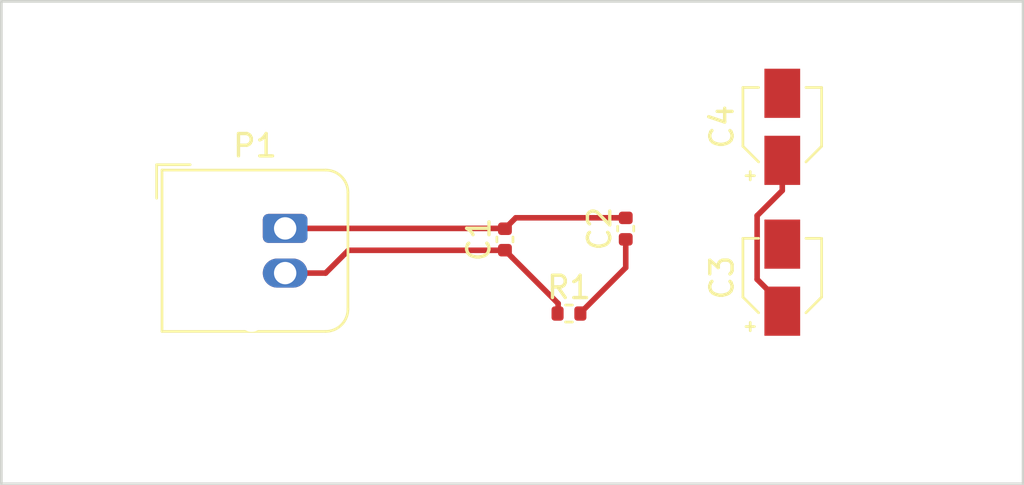
<source format=kicad_pcb>
(kicad_pcb (version 20221018) (generator pcbnew)
  (layers (0 "F.Cu" signal) (31 "B.Cu" signal) (34 "B.Paste" user) (35 "F.Paste" user) (36 "B.SilkS" user "B.Silkscreen") (37 "F.SilkS" user "F.Silkscreen") (38 "B.Mask" user) (39 "F.Mask" user) (44 "Edge.Cuts" user))
  (net 0 "")
  (net 1 "/Power/VCC")
  (net 2 "GND")
  (net 3 "Net-(C2-Pad1)")
  (net 4 "Net-(C3-Pad1)")
  (net 5 "Net-(C3-Pad2)")
  (footprint "Capacitor_SMD:CP_Elec_3x5.3" (layer "F.Cu") (at 177.185001 82.214999 90)
    (fp_text reference "C3" (at 0 -2.7 90) (layer "F.SilkS"))
    (fp_text value "CP")
    (fp_line (start 1.76 -1.76) (end 1.76 -1.06) (stroke (width 0.12)) (layer "F.SilkS"))
    (fp_line (start -0.870563 -1.76) (end 1.76 -1.76) (stroke (width 0.12)) (layer "F.SilkS"))
    (fp_line (start -2.1875 -1.6225) (end -2.1875 -1.2475) (stroke (width 0.12)) (layer "F.SilkS"))
    (fp_line (start -2.375 -1.435) (end -2 -1.435) (stroke (width 0.12)) (layer "F.SilkS"))
    (fp_line (start -1.570563 -1.06) (end -0.870563 -1.76) (stroke (width 0.12)) (layer "F.SilkS"))
    (fp_line (start -1.570563 1.06) (end -0.870563 1.76) (stroke (width 0.12)) (layer "F.SilkS"))
    (fp_line (start 1.76 1.76) (end 1.76 1.06) (stroke (width 0.12)) (layer "F.SilkS"))
    (fp_line (start -0.870563 1.76) (end 1.76 1.76) (stroke (width 0.12)) (layer "F.SilkS"))
    (pad "1" smd rect (at -1.5 0 90) (size 2.2 1.6) (layers "F.Cu" "F.Paste" "F.Mask") (net 4 "Net-(C3-Pad1)"))
    (pad "2" smd rect (at 1.5 0 90) (size 2.2 1.6) (layers "F.Cu" "F.Paste" "F.Mask") (net 5 "Net-(C3-Pad2)"))
  )
  (footprint "Capacitor_SMD:CP_Elec_3x5.3" (layer "F.Cu") (at 177.185001 75.464999 90)
    (fp_text reference "C4" (at 0 -2.7 90) (layer "F.SilkS"))
    (fp_text value "CP")
    (fp_line (start 1.76 -1.76) (end 1.76 -1.06) (stroke (width 0.12)) (layer "F.SilkS"))
    (fp_line (start -0.870563 -1.76) (end 1.76 -1.76) (stroke (width 0.12)) (layer "F.SilkS"))
    (fp_line (start -2.1875 -1.6225) (end -2.1875 -1.2475) (stroke (width 0.12)) (layer "F.SilkS"))
    (fp_line (start -2.375 -1.435) (end -2 -1.435) (stroke (width 0.12)) (layer "F.SilkS"))
    (fp_line (start -1.570563 -1.06) (end -0.870563 -1.76) (stroke (width 0.12)) (layer "F.SilkS"))
    (fp_line (start -1.570563 1.06) (end -0.870563 1.76) (stroke (width 0.12)) (layer "F.SilkS"))
    (fp_line (start 1.76 1.76) (end 1.76 1.06) (stroke (width 0.12)) (layer "F.SilkS"))
    (fp_line (start -0.870563 1.76) (end 1.76 1.76) (stroke (width 0.12)) (layer "F.SilkS"))
    (pad "1" smd rect (at -1.5 0 90) (size 2.2 1.6) (layers "F.Cu" "F.Paste" "F.Mask") (net 4 "Net-(C3-Pad1)"))
    (pad "2" smd rect (at 1.5 0 90) (size 2.2 1.6) (layers "F.Cu" "F.Paste" "F.Mask") (net 5 "Net-(C3-Pad2)"))
  )
  (footprint "Capacitor_SMD:C_0402_1005Metric" (layer "F.Cu") (at 164.775001 80.505001 90)
    (fp_text reference "C1" (at 0 -1.17 90) (layer "F.SilkS"))
    (fp_text value "C")
    (fp_line (start -0.107836 -0.36) (end 0.107836 -0.36) (stroke (width 0.12)) (layer "F.SilkS"))
    (fp_line (start -0.107836 0.36) (end 0.107836 0.36) (stroke (width 0.12)) (layer "F.SilkS"))
    (pad "1" smd roundrect (at -0.48 0 90) (size 0.56 0.62) (layers "F.Cu" "F.Paste" "F.Mask") (net 1 "/Power/VCC"))
    (pad "2" smd roundrect (at 0.48 0 90) (size 0.56 0.62) (layers "F.Cu" "F.Paste" "F.Mask") (net 2 "GND"))
  )
  (footprint "Capacitor_SMD:C_0402_1005Metric" (layer "F.Cu") (at 170.18 80.020001 90)
    (fp_text reference "C2" (at 0 -1.17 90) (layer "F.SilkS"))
    (fp_text value "C")
    (fp_line (start -0.107836 -0.36) (end 0.107836 -0.36) (stroke (width 0.12)) (layer "F.SilkS"))
    (fp_line (start -0.107836 0.36) (end 0.107836 0.36) (stroke (width 0.12)) (layer "F.SilkS"))
    (pad "1" smd roundrect (at -0.48 0 90) (size 0.56 0.62) (layers "F.Cu" "F.Paste" "F.Mask") (net 3 "Net-(C2-Pad1)"))
    (pad "2" smd roundrect (at 0.48 0 90) (size 0.56 0.62) (layers "F.Cu" "F.Paste" "F.Mask") (net 2 "GND"))
  )
  (footprint "Connector_JST:JST_JWPF_B02B-JWPF-SK-R_1x02_P2.00mm_Vertical" (layer "F.Cu") (at 154.94 80.01)
    (fp_text reference "P1" (at -1.35 -3.7) (layer "F.SilkS"))
    (fp_text value "CONN_01X02")
    (fp_line (start -5.75 -2.85) (end -4.25 -2.85) (stroke (width 0.12)) (layer "F.SilkS"))
    (fp_line (start -5.75 -1.35) (end -5.75 -2.85) (stroke (width 0.12)) (layer "F.SilkS"))
    (fp_line (start -5.51 -2.61) (end -5.51 4.61) (stroke (width 0.12)) (layer "F.SilkS"))
    (fp_line (start -5.51 4.61) (end 1.81 4.61) (stroke (width 0.12)) (layer "F.SilkS"))
    (fp_line (start 1.81 -2.61) (end -5.51 -2.61) (stroke (width 0.12)) (layer "F.SilkS"))
    (fp_line (start 2.81 -1.61) (end 2.81 3.61) (stroke (width 0.12)) (layer "F.SilkS"))
    (fp_arc (start 1.81 -2.61) (mid 2.517107 -2.317107) (end 2.81 -1.61) (stroke (width 0.12)) (layer "F.SilkS"))
    (fp_arc (start 2.81 3.61) (mid 2.517107 4.317107) (end 1.81 4.61) (stroke (width 0.12)) (layer "F.SilkS"))
    (pad "" np_thru_hole circle (at -1.5 4.05) (size 1.15 1.15) (drill 1.15) (layers "*.Cu" "*.Mask"))
    (pad "1" thru_hole roundrect (at 0 0) (size 2 1.3) (drill 1) (layers "*.Cu" "*.Mask") (roundrect_rratio 0.192308) (net 2 "GND"))
    (pad "2" thru_hole oval (at 0 2) (size 2 1.3) (drill 1) (layers "*.Cu" "*.Mask") (net 1 "/Power/VCC"))
  )
  (footprint "Resistor_SMD:R_0402_1005Metric" (layer "F.Cu") (at 167.64 83.82)
    (fp_text reference "R1" (at 0 -1.17) (layer "F.SilkS"))
    (fp_text value "R")
    (fp_line (start -0.153641 -0.38) (end 0.153641 -0.38) (stroke (width 0.12)) (layer "F.SilkS"))
    (fp_line (start -0.153641 0.38) (end 0.153641 0.38) (stroke (width 0.12)) (layer "F.SilkS"))
    (pad "1" smd roundrect (at -0.51 0) (size 0.54 0.64) (layers "F.Cu" "F.Paste" "F.Mask") (net 1 "/Power/VCC"))
    (pad "2" smd roundrect (at 0.51 0) (size 0.54 0.64) (layers "F.Cu" "F.Paste" "F.Mask") (net 3 "Net-(C2-Pad1)"))
  )
  (gr_line (start 187.96 69.85) (end 142.24 69.85) (stroke (width 0.12)) (layer "Edge.Cuts"))
  (gr_line (start 142.24 69.85) (end 142.24 91.44) (stroke (width 0.12)) (layer "Edge.Cuts"))
  (gr_line (start 187.96 91.44) (end 187.96 69.85) (stroke (width 0.12)) (layer "Edge.Cuts"))
  (gr_line (start 142.24 91.44) (end 187.96 91.44) (stroke (width 0.12)) (layer "Edge.Cuts"))
  (segment (start 167.155 83.37) (end 165.1 81.315) (width 0.25) (layer "F.Cu") (net 1))
  (segment (start 167.155 83.82) (end 167.155 83.37) (width 0.25) (layer "F.Cu") (net 1))
  (segment (start 157.769999 80.990001) (end 156.75 82.01) (width 0.25) (layer "F.Cu") (net 1))
  (segment (start 156.75 82.01) (end 154.94 82.01) (width 0.25) (layer "F.Cu") (net 1))
  (segment (start 164.775001 80.990001) (end 157.769999 80.990001) (width 0.25) (layer "F.Cu") (net 1))
  (segment (start 165.1 81.315) (end 164.775001 80.990001) (width 0.25) (layer "F.Cu") (net 1))
  (segment (start 164.775001 80.020001) (end 165.260001 79.535001) (width 0.25) (layer "F.Cu") (net 2))
  (segment (start 164.765 80.01) (end 164.775001 80.020001) (width 0.25) (layer "F.Cu") (net 2))
  (segment (start 165.260001 79.535001) (end 170.18 79.535001) (width 0.25) (layer "F.Cu") (net 2))
  (segment (start 154.94 80.01) (end 164.765 80.01) (width 0.25) (layer "F.Cu") (net 2))
  (segment (start 170.18 81.765) (end 168.125 83.82) (width 0.25) (layer "F.Cu") (net 3))
  (segment (start 170.18 80.505001) (end 170.18 81.765) (width 0.25) (layer "F.Cu") (net 3))
  (segment (start 177.185001 76.964999) (end 177.185001 78.314999) (width 0.25) (layer "F.Cu") (net 4))
  (segment (start 177.185001 78.314999) (end 176.06 79.44) (width 0.25) (layer "F.Cu") (net 4))
  (segment (start 176.06 79.44) (end 176.06 82.289998) (width 0.25) (layer "F.Cu") (net 4))
  (segment (start 177.185001 83.414999) (end 177.185001 83.714999) (width 0.25) (layer "F.Cu") (net 4))
  (segment (start 176.06 82.289998) (end 177.185001 83.414999) (width 0.25) (layer "F.Cu") (net 4))
)
</source>
